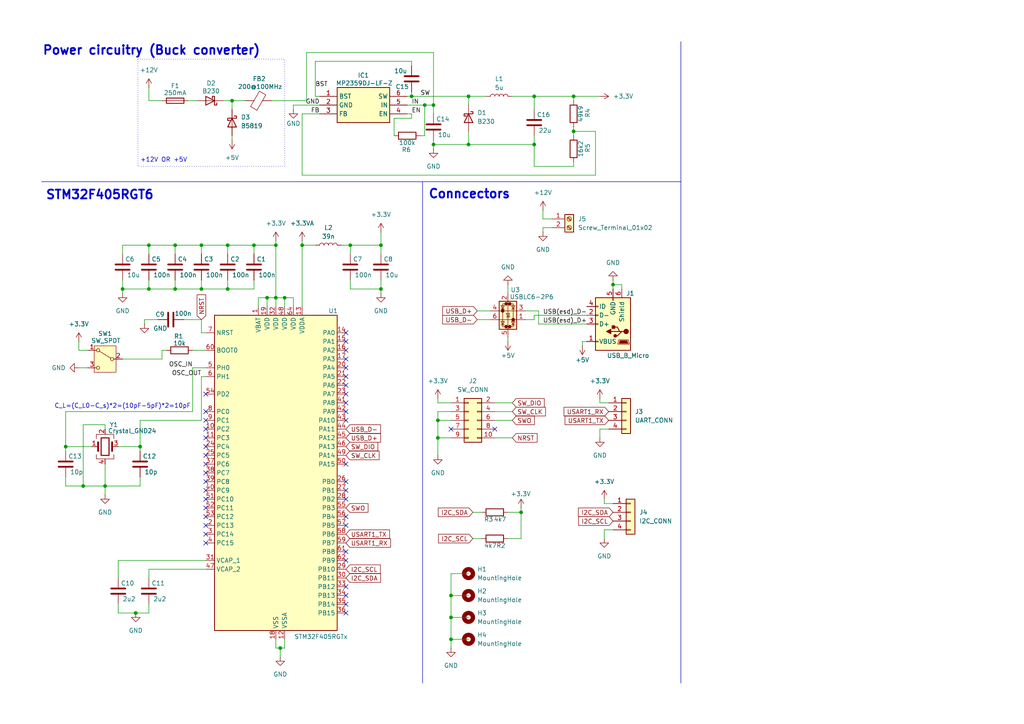
<source format=kicad_sch>
(kicad_sch (version 20231120) (generator "eeschema") (generator_version "8.0")
  (paper "A4")
  (title_block (title "STM32_Buck_conv") (date "2025-05-05") (rev "v1.0") (company "Siyar Onurlu"))
  (lib_symbols
    (symbol "Connector:Screw_Terminal_01x02" (pin_names (offset 1.016) hide)
      (property "Reference" "J" (at 0 2.54 0))
      (property "Value" "Screw_Terminal_01x02" (at 0 -5.08 0))
      (symbol "Screw_Terminal_01x02_1_1"
        (pin passive line (at -5.08 0 0) (length 3.81) (name "Pin_1") (number "1"))
        (pin passive line (at -5.08 -2.54 0) (length 3.81) (name "Pin_2") (number "2"))
      )
    )
    (symbol "Connector:USB_B_Micro" (pin_names (offset 1.016))
      (property "Reference" "J" (at -5.08 11.43 0))
      (property "Value" "USB_B_Micro" (at -5.08 8.89 0))
      (symbol "USB_B_Micro_1_1"
        (pin power_out line (at 7.62 5.08 180) (length 2.54) (name "VBUS") (number "1"))
        (pin bidirectional line (at 7.62 -2.54 180) (length 2.54) (name "D-") (number "2"))
        (pin bidirectional line (at 7.62 0 180) (length 2.54) (name "D+") (number "3"))
        (pin passive line (at 7.62 -5.08 180) (length 2.54) (name "ID") (number "4"))
        (pin power_out line (at 0 -10.16 90) (length 2.54) (name "GND") (number "5"))
        (pin passive line (at -2.54 -10.16 90) (length 2.54) (name "Shield") (number "6"))
      )
    )
    (symbol "Connector_Generic:Conn_01x04" (pin_names (offset 1.016) hide)
      (property "Reference" "J" (at 0 5.08 0))
      (property "Value" "Conn_01x04" (at 0 -7.62 0))
      (symbol "Conn_01x04_1_1"
        (pin passive line (at -5.08 2.54 0) (length 3.81) (name "Pin_1") (number "1"))
        (pin passive line (at -5.08 0 0) (length 3.81) (name "Pin_2") (number "2"))
        (pin passive line (at -5.08 -2.54 0) (length 3.81) (name "Pin_3") (number "3"))
        (pin passive line (at -5.08 -5.08 0) (length 3.81) (name "Pin_4") (number "4"))
      )
    )
    (symbol "Connector_Generic:Conn_02x05_Odd_Even" (pin_names (offset 1.016) hide)
      (property "Reference" "J" (at 1.27 7.62 0))
      (property "Value" "Conn_02x05_Odd_Even" (at 1.27 -7.62 0))
      (symbol "Conn_02x05_Odd_Even_1_1"
        (pin passive line (at -5.08 5.08 0) (length 3.81) (name "Pin_1") (number "1"))
        (pin passive line (at 7.62 -5.08 180) (length 3.81) (name "Pin_10") (number "10"))
        (pin passive line (at 7.62 5.08 180) (length 3.81) (name "Pin_2") (number "2"))
        (pin passive line (at -5.08 2.54 0) (length 3.81) (name "Pin_3") (number "3"))
        (pin passive line (at 7.62 2.54 180) (length 3.81) (name "Pin_4") (number "4"))
        (pin passive line (at -5.08 0 0) (length 3.81) (name "Pin_5") (number "5"))
        (pin passive line (at 7.62 0 180) (length 3.81) (name "Pin_6") (number "6"))
        (pin passive line (at -5.08 -2.54 0) (length 3.81) (name "Pin_7") (number "7"))
        (pin passive line (at 7.62 -2.54 180) (length 3.81) (name "Pin_8") (number "8"))
        (pin passive line (at -5.08 -5.08 0) (length 3.81) (name "Pin_9") (number "9"))
      )
    )
    (symbol "Device:C" (pin_numbers hide) (pin_names (offset 0.254))
      (property "Reference" "C" (at 0.635 2.54 0))
      (property "Value" "C" (at 0.635 -2.54 0))
      (symbol "C_1_1"
        (pin passive line (at 0 3.81 270) (length 2.794) (name "~") (number "1"))
        (pin passive line (at 0 -3.81 90) (length 2.794) (name "~") (number "2"))
      )
    )
    (symbol "Device:Crystal_GND24" (pin_names (offset 1.016) hide)
      (property "Reference" "Y" (at 3.175 5.08 0))
      (property "Value" "Crystal_GND24" (at 3.175 3.175 0))
      (symbol "Crystal_GND24_1_1"
        (pin passive line (at -3.81 0 0) (length 1.27) (name "1") (number "1"))
        (pin passive line (at 0 5.08 270) (length 1.27) (name "2") (number "2"))
        (pin passive line (at 3.81 0 180) (length 1.27) (name "3") (number "3"))
        (pin passive line (at 0 -5.08 90) (length 1.27) (name "4") (number "4"))
      )
    )
    (symbol "Device:D_Schottky" (pin_numbers hide) (pin_names (offset 1.016) hide)
      (property "Reference" "D" (at 0 2.54 0))
      (property "Value" "D_Schottky" (at 0 -2.54 0))
      (symbol "D_Schottky_1_1"
        (pin passive line (at -3.81 0 0) (length 2.54) (name "K") (number "1"))
        (pin passive line (at 3.81 0 180) (length 2.54) (name "A") (number "2"))
      )
    )
    (symbol "Device:FerriteBead" (pin_numbers hide) (pin_names (offset 0))
      (property "Reference" "FB" (at -3.81 0.635 90))
      (property "Value" "FerriteBead" (at 3.81 0 90))
      (symbol "FerriteBead_1_1"
        (pin passive line (at 0 3.81 270) (length 2.54) (name "~") (number "1"))
        (pin passive line (at 0 -3.81 90) (length 2.54) (name "~") (number "2"))
      )
    )
    (symbol "Device:Fuse" (pin_numbers hide) (pin_names (offset 0))
      (property "Reference" "F" (at 2.032 0 90))
      (property "Value" "Fuse" (at -1.905 0 90))
      (symbol "Fuse_1_1"
        (pin passive line (at 0 3.81 270) (length 1.27) (name "~") (number "1"))
        (pin passive line (at 0 -3.81 90) (length 1.27) (name "~") (number "2"))
      )
    )
    (symbol "Device:L" (pin_numbers hide) (pin_names (offset 1.016) hide)
      (property "Reference" "L" (at -1.27 0 90))
      (property "Value" "L" (at 1.905 0 90))
      (symbol "L_1_1"
        (pin passive line (at 0 3.81 270) (length 1.27) (name "1") (number "1"))
        (pin passive line (at 0 -3.81 90) (length 1.27) (name "2") (number "2"))
      )
    )
    (symbol "Device:R" (pin_numbers hide) (pin_names (offset 0))
      (property "Reference" "R" (at 2.032 0 90))
      (property "Value" "R" (at 0 0 90))
      (symbol "R_1_1"
        (pin passive line (at 0 3.81 270) (length 1.27) (name "~") (number "1"))
        (pin passive line (at 0 -3.81 90) (length 1.27) (name "~") (number "2"))
      )
    )
    (symbol "Diode:B230" (pin_numbers hide) (pin_names (offset 1.016) hide)
      (property "Reference" "D" (at 0 2.54 0))
      (property "Value" "B230" (at 0 -2.54 0))
      (symbol "B230_1_1"
        (pin passive line (at -3.81 0 0) (length 2.54) (name "K") (number "1"))
        (pin passive line (at 3.81 0 180) (length 2.54) (name "A") (number "2"))
      )
    )
    (symbol "MCU_ST_STM32F4:STM32F405RGTx"
      (property "Reference" "U" (at -17.78 46.99 0))
      (property "Value" "STM32F405RGTx" (at 10.16 46.99 0))
      (symbol "STM32F405RGTx_1_1"
        (pin power_in line (at -5.08 48.26 270) (length 2.54) (name "VBAT") (number "1"))
        (pin bidirectional line (at -20.32 12.7 0) (length 2.54) (name "PC2") (number "10"))
        (pin bidirectional line (at -20.32 10.16 0) (length 2.54) (name "PC3") (number "11"))
        (pin power_in line (at 2.54 -48.26 90) (length 2.54) (name "VSSA") (number "12"))
        (pin power_in line (at 7.62 48.26 270) (length 2.54) (name "VDDA") (number "13"))
        (pin bidirectional line (at 20.32 40.64 180) (length 2.54) (name "PA0") (number "14"))
        (pin bidirectional line (at 20.32 38.1 180) (length 2.54) (name "PA1") (number "15"))
        (pin bidirectional line (at 20.32 35.56 180) (length 2.54) (name "PA2") (number "16"))
        (pin bidirectional line (at 20.32 33.02 180) (length 2.54) (name "PA3") (number "17"))
        (pin power_in line (at 0 -48.26 90) (length 2.54) (name "VSS") (number "18"))
        (pin power_in line (at -2.54 48.26 270) (length 2.54) (name "VDD") (number "19"))
        (pin bidirectional line (at -20.32 -15.24 0) (length 2.54) (name "PC13") (number "2"))
        (pin bidirectional line (at 20.32 30.48 180) (length 2.54) (name "PA4") (number "20"))
        (pin bidirectional line (at 20.32 27.94 180) (length 2.54) (name "PA5") (number "21"))
        (pin bidirectional line (at 20.32 25.4 180) (length 2.54) (name "PA6") (number "22"))
        (pin bidirectional line (at 20.32 22.86 180) (length 2.54) (name "PA7") (number "23"))
        (pin bidirectional line (at -20.32 7.62 0) (length 2.54) (name "PC4") (number "24"))
        (pin bidirectional line (at -20.32 5.08 0) (length 2.54) (name "PC5") (number "25"))
        (pin bidirectional line (at 20.32 -2.54 180) (length 2.54) (name "PB0") (number "26"))
        (pin bidirectional line (at 20.32 -5.08 180) (length 2.54) (name "PB1") (number "27"))
        (pin bidirectional line (at 20.32 -7.62 180) (length 2.54) (name "PB2") (number "28"))
        (pin bidirectional line (at 20.32 -27.94 180) (length 2.54) (name "PB10") (number "29"))
        (pin bidirectional line (at -20.32 -17.78 0) (length 2.54) (name "PC14") (number "3"))
        (pin bidirectional line (at 20.32 -30.48 180) (length 2.54) (name "PB11") (number "30"))
        (pin power_out line (at -20.32 -25.4 0) (length 2.54) (name "VCAP_1") (number "31"))
        (pin power_in line (at 0 48.26 270) (length 2.54) (name "VDD") (number "32"))
        (pin bidirectional line (at 20.32 -33.02 180) (length 2.54) (name "PB12") (number "33"))
        (pin bidirectional line (at 20.32 -35.56 180) (length 2.54) (name "PB13") (number "34"))
        (pin bidirectional line (at 20.32 -38.1 180) (length 2.54) (name "PB14") (number "35"))
        (pin bidirectional line (at 20.32 -40.64 180) (length 2.54) (name "PB15") (number "36"))
        (pin bidirectional line (at -20.32 2.54 0) (length 2.54) (name "PC6") (number "37"))
        (pin bidirectional line (at -20.32 0 0) (length 2.54) (name "PC7") (number "38"))
        (pin bidirectional line (at -20.32 -2.54 0) (length 2.54) (name "PC8") (number "39"))
        (pin bidirectional line (at -20.32 -20.32 0) (length 2.54) (name "PC15") (number "4"))
        (pin bidirectional line (at -20.32 -5.08 0) (length 2.54) (name "PC9") (number "40"))
        (pin bidirectional line (at 20.32 20.32 180) (length 2.54) (name "PA8") (number "41"))
        (pin bidirectional line (at 20.32 17.78 180) (length 2.54) (name "PA9") (number "42"))
        (pin bidirectional line (at 20.32 15.24 180) (length 2.54) (name "PA10") (number "43"))
        (pin bidirectional line (at 20.32 12.7 180) (length 2.54) (name "PA11") (number "44"))
        (pin bidirectional line (at 20.32 10.16 180) (length 2.54) (name "PA12") (number "45"))
        (pin bidirectional line (at 20.32 7.62 180) (length 2.54) (name "PA13") (number "46"))
        (pin power_out line (at -20.32 -27.94 0) (length 2.54) (name "VCAP_2") (number "47"))
        (pin power_in line (at 2.54 48.26 270) (length 2.54) (name "VDD") (number "48"))
        (pin bidirectional line (at 20.32 5.08 180) (length 2.54) (name "PA14") (number "49"))
        (pin bidirectional line (at -20.32 30.48 0) (length 2.54) (name "PH0") (number "5"))
        (pin bidirectional line (at 20.32 2.54 180) (length 2.54) (name "PA15") (number "50"))
        (pin bidirectional line (at -20.32 -7.62 0) (length 2.54) (name "PC10") (number "51"))
        (pin bidirectional line (at -20.32 -10.16 0) (length 2.54) (name "PC11") (number "52"))
        (pin bidirectional line (at -20.32 -12.7 0) (length 2.54) (name "PC12") (number "53"))
        (pin bidirectional line (at -20.32 22.86 0) (length 2.54) (name "PD2") (number "54"))
        (pin bidirectional line (at 20.32 -10.16 180) (length 2.54) (name "PB3") (number "55"))
        (pin bidirectional line (at 20.32 -12.7 180) (length 2.54) (name "PB4") (number "56"))
        (pin bidirectional line (at 20.32 -15.24 180) (length 2.54) (name "PB5") (number "57"))
        (pin bidirectional line (at 20.32 -17.78 180) (length 2.54) (name "PB6") (number "58"))
        (pin bidirectional line (at 20.32 -20.32 180) (length 2.54) (name "PB7") (number "59"))
        (pin bidirectional line (at -20.32 27.94 0) (length 2.54) (name "PH1") (number "6"))
        (pin input line (at -20.32 35.56 0) (length 2.54) (name "BOOT0") (number "60"))
        (pin bidirectional line (at 20.32 -22.86 180) (length 2.54) (name "PB8") (number "61"))
        (pin bidirectional line (at 20.32 -25.4 180) (length 2.54) (name "PB9") (number "62"))
        (pin passive line (at 0 -48.26 90) (length 2.54) hide (name "VSS") (number "63"))
        (pin power_in line (at 5.08 48.26 270) (length 2.54) (name "VDD") (number "64"))
        (pin input line (at -20.32 40.64 0) (length 2.54) (name "NRST") (number "7"))
        (pin bidirectional line (at -20.32 17.78 0) (length 2.54) (name "PC0") (number "8"))
        (pin bidirectional line (at -20.32 15.24 0) (length 2.54) (name "PC1") (number "9"))
      )
    )
    (symbol "Mechanical:MountingHole" (pin_names (offset 1.016)) (exclude_from_sim yes) (in_bom no)
      (property "Reference" "H" (at 0 5.08 0))
      (property "Value" "MountingHole" (at 0 3.175 0))
    )
    (symbol "Power_Protection:USBLC6-2P6" (pin_names hide)
      (property "Reference" "U" (at 0.635 5.715 0))
      (property "Value" "USBLC6-2P6" (at 0.635 3.81 0))
      (symbol "USBLC6-2P6_1_1"
        (pin passive line (at -5.08 0 0) (length 2.54) (name "I/O1") (number "1"))
        (pin passive line (at 0 -7.62 90) (length 2.54) (name "GND") (number "2"))
        (pin passive line (at -5.08 -2.54 0) (length 2.54) (name "I/O2") (number "3"))
        (pin passive line (at 5.08 -2.54 180) (length 2.54) (name "I/O2") (number "4"))
        (pin passive line (at 0 5.08 270) (length 2.54) (name "VBUS") (number "5"))
        (pin passive line (at 5.08 0 180) (length 2.54) (name "I/O1") (number "6"))
      )
    )
    (symbol "Switch:SW_SPDT" (pin_names (offset 0) hide)
      (property "Reference" "SW" (at 0 5.08 0))
      (property "Value" "SW_SPDT" (at 0 -5.08 0))
      (symbol "SW_SPDT_1_1"
        (pin passive line (at 5.08 2.54 180) (length 2.54) (name "A") (number "1"))
        (pin passive line (at -5.08 0 0) (length 2.54) (name "B") (number "2"))
        (pin passive line (at 5.08 -2.54 180) (length 2.54) (name "C") (number "3"))
      )
    )
    (symbol "power:+12V" (power) (pin_numbers hide) (pin_names (offset 0) hide)
      (property "Value" "+12V" (at 0 3.556 0))
      (symbol "+12V_1_1"
        (pin power_in line (at 0 0 90) (length 0) (name "~") (number "1"))
      )
    )
    (symbol "power:+3.3V" (power) (pin_numbers hide) (pin_names (offset 0) hide)
      (property "Value" "+3.3V" (at 0 3.556 0))
      (symbol "+3.3V_1_1"
        (pin power_in line (at 0 0 90) (length 0) (name "~") (number "1"))
      )
    )
    (symbol "power:+5V" (power) (pin_numbers hide) (pin_names (offset 0) hide)
      (property "Value" "+5V" (at 0 3.556 0))
      (symbol "+5V_1_1"
        (pin power_in line (at 0 0 90) (length 0) (name "~") (number "1"))
      )
    )
    (symbol "power:GND" (power) (pin_numbers hide) (pin_names (offset 0) hide)
      (property "Value" "GND" (at 0 -3.81 0))
      (symbol "GND_1_1"
        (pin power_in line (at 0 0 270) (length 0) (name "~") (number "1"))
      )
    )
    (symbol "sym:MP2359DJ-LF-Z"
      (property "Reference" "IC" (at 21.59 7.62 0))
      (property "Value" "MP2359DJ-LF-Z" (at 21.59 5.08 0))
      (symbol "MP2359DJ-LF-Z_1_1"
        (pin passive line (at 0 0 0) (length 5.08) (name "BST") (number "1"))
        (pin passive line (at 0 -2.54 0) (length 5.08) (name "GND") (number "2"))
        (pin input line (at 0 -5.08 0) (length 5.08) (name "FB") (number "3"))
        (pin input line (at 25.4 -5.08 180) (length 5.08) (name "EN") (number "4"))
        (pin input line (at 25.4 -2.54 180) (length 5.08) (name "IN") (number "5"))
        (pin output line (at 25.4 0 180) (length 5.08) (name "SW") (number "6"))
      )
    )
  )
  (junction (at 82.55 86.36))
  (junction (at 80.01 71.12))
  (junction (at 50.8 83.82))
  (junction (at 58.42 83.82))
  (junction (at 135.89 27.94))
  (junction (at 177.8 82.55))
  (junction (at 125.73 30.48))
  (junction (at 19.05 129.54))
  (junction (at 67.31 29.21))
  (junction (at 123.19 30.48))
  (junction (at 166.37 38.1))
  (junction (at 43.18 71.12))
  (junction (at 127 121.92))
  (junction (at 130.81 179.07))
  (junction (at 130.81 172.72))
  (junction (at 135.89 41.91))
  (junction (at 30.48 140.97))
  (junction (at 87.63 71.12))
  (junction (at 130.81 185.42))
  (junction (at 154.94 41.91))
  (junction (at 125.73 41.91))
  (junction (at 66.04 71.12))
  (junction (at 40.64 129.54))
  (junction (at 35.56 83.82))
  (junction (at 39.37 177.8))
  (junction (at 43.18 83.82))
  (junction (at 166.37 27.94))
  (junction (at 66.04 83.82))
  (junction (at 110.49 71.12))
  (junction (at 24.13 140.97))
  (junction (at 80.01 86.36))
  (junction (at 101.6 71.12))
  (junction (at 110.49 83.82))
  (junction (at 154.94 27.94))
  (junction (at 50.8 71.12))
  (junction (at 77.47 86.36))
  (junction (at 151.13 148.59))
  (junction (at 58.42 71.12))
  (junction (at 119.38 27.94))
  (junction (at 81.28 187.96))
  (junction (at 127 127))
  (junction (at 73.66 71.12))
  (no_connect (at 100.33 162.56))
  (no_connect (at 59.69 152.4))
  (no_connect (at 59.69 149.86))
  (no_connect (at 59.69 124.46))
  (no_connect (at 100.33 149.86))
  (no_connect (at 59.69 139.7))
  (no_connect (at 100.33 111.76))
  (no_connect (at 100.33 104.14))
  (no_connect (at 130.81 124.46))
  (no_connect (at 100.33 109.22))
  (no_connect (at 100.33 121.92))
  (no_connect (at 100.33 139.7))
  (no_connect (at 100.33 172.72))
  (no_connect (at 59.69 147.32))
  (no_connect (at 59.69 144.78))
  (no_connect (at 100.33 177.8))
  (no_connect (at 100.33 114.3))
  (no_connect (at 100.33 170.18))
  (no_connect (at 143.51 124.46))
  (no_connect (at 100.33 134.62))
  (no_connect (at 100.33 96.52))
  (no_connect (at 59.69 154.94))
  (no_connect (at 59.69 157.48))
  (no_connect (at 59.69 134.62))
  (no_connect (at 100.33 152.4))
  (no_connect (at 100.33 106.68))
  (no_connect (at 59.69 121.92))
  (no_connect (at 59.69 142.24))
  (no_connect (at 100.33 144.78))
  (no_connect (at 59.69 127))
  (no_connect (at 59.69 114.3))
  (no_connect (at 100.33 99.06))
  (no_connect (at 100.33 142.24))
  (no_connect (at 59.69 137.16))
  (no_connect (at 100.33 160.02))
  (no_connect (at 100.33 119.38))
  (no_connect (at 59.69 132.08))
  (no_connect (at 59.69 119.38))
  (no_connect (at 100.33 175.26))
  (no_connect (at 100.33 116.84))
  (no_connect (at 100.33 101.6))
  (no_connect (at 59.69 129.54))
  (wire (pts (xy 130.81 116.84) (xy 127 116.84)))
  (wire (pts (xy 73.66 71.12) (xy 80.01 71.12)))
  (wire (pts (xy 35.56 83.82) (xy 35.56 81.28)))
  (wire (pts (xy 87.63 69.85) (xy 87.63 71.12)))
  (wire (pts (xy 43.18 71.12) (xy 35.56 71.12)))
  (wire (pts (xy 130.81 172.72) (xy 135.89 172.72)))
  (wire (pts (xy 175.26 153.67) (xy 175.26 156.21)))
  (wire (pts (xy 110.49 83.82) (xy 110.49 85.09)))
  (wire (pts (xy 40.64 138.43) (xy 40.64 140.97)))
  (wire (pts (xy 58.42 96.52) (xy 58.42 92.71)))
  (wire (pts (xy 67.31 39.37) (xy 67.31 40.64)))
  (wire (pts (xy 78.74 29.21) (xy 88.9 29.21)))
  (wire (pts (xy 80.01 86.36) (xy 80.01 88.9)))
  (wire (pts (xy 85.09 88.9) (xy 85.09 86.36)))
  (wire (pts (xy 101.6 83.82) (xy 110.49 83.82)))
  (wire (pts (xy 43.18 177.8) (xy 39.37 177.8)))
  (wire (pts (xy 160.02 66.04) (xy 157.48 66.04)))
  (wire (pts (xy 57.15 29.21) (xy 54.61 29.21)))
  (wire (pts (xy 46.99 101.6) (xy 48.26 101.6)))
  (wire (pts (xy 123.19 39.37) (xy 123.19 30.48)))
  (wire (pts (xy 166.37 36.83) (xy 166.37 38.1)))
  (wire (pts (xy 130.81 119.38) (xy 127 119.38)))
  (wire (pts (xy 127 121.92) (xy 127 127)))
  (wire (pts (xy 80.01 71.12) (xy 80.01 86.36)))
  (wire (pts (xy 147.32 148.59) (xy 151.13 148.59)))
  (wire (pts (xy 130.81 179.07) (xy 130.81 185.42)))
  (wire (pts (xy 154.94 48.26) (xy 154.94 41.91)))
  (wire (pts (xy 40.64 121.92) (xy 58.42 121.92)))
  (wire (pts (xy 24.13 140.97) (xy 30.48 140.97)))
  (wire (pts (xy 50.8 83.82) (xy 43.18 83.82)))
  (wire (pts (xy 35.56 83.82) (xy 35.56 85.09)))
  (wire (pts (xy 43.18 29.21) (xy 43.18 25.4)))
  (wire (pts (xy 114.3 34.29) (xy 114.3 39.37)))
  (wire (pts (xy 87.63 50.8) (xy 172.72 50.8)))
  (wire (pts (xy 172.72 38.1) (xy 166.37 38.1)))
  (wire (pts (xy 25.4 101.6) (xy 22.86 101.6)))
  (wire (pts (xy 152.4 90.17) (xy 156.21 90.17)))
  (wire (pts (xy 87.63 33.02) (xy 87.63 50.8)))
  (wire (pts (xy 80.01 69.85) (xy 80.01 71.12)))
  (wire (pts (xy 127 121.92) (xy 130.81 121.92)))
  (wire (pts (xy 35.56 104.14) (xy 46.99 104.14)))
  (wire (pts (xy 34.29 129.54) (xy 40.64 129.54)))
  (wire (pts (xy 30.48 124.46) (xy 30.48 123.19)))
  (wire (pts (xy 118.11 33.02) (xy 119.38 33.02)))
  (polyline (pts (xy 122.555 52.705) (xy 122.555 198.12)))
  (polyline (pts (xy 121.285 52.705) (xy 122.555 52.705)))
  (wire (pts (xy 73.66 83.82) (xy 66.04 83.82)))
  (wire (pts (xy 154.94 27.94) (xy 166.37 27.94)))
  (wire (pts (xy 67.31 29.21) (xy 67.31 31.75)))
  (wire (pts (xy 81.28 187.96) (xy 81.28 190.5)))
  (wire (pts (xy 125.73 41.91) (xy 135.89 41.91)))
  (wire (pts (xy 177.8 153.67) (xy 175.26 153.67)))
  (wire (pts (xy 66.04 71.12) (xy 66.04 73.66)))
  (wire (pts (xy 180.34 83.82) (xy 180.34 82.55)))
  (wire (pts (xy 55.88 101.6) (xy 59.69 101.6)))
  (wire (pts (xy 157.48 60.96) (xy 157.48 63.5)))
  (wire (pts (xy 50.8 71.12) (xy 50.8 73.66)))
  (wire (pts (xy 175.26 146.05) (xy 175.26 144.78)))
  (wire (pts (xy 170.18 99.06) (xy 168.91 99.06)))
  (wire (pts (xy 40.64 121.92) (xy 40.64 129.54)))
  (wire (pts (xy 30.48 123.19) (xy 24.13 123.19)))
  (wire (pts (xy 85.09 30.48) (xy 85.09 31.75)))
  (wire (pts (xy 19.05 119.38) (xy 55.88 119.38)))
  (wire (pts (xy 50.8 81.28) (xy 50.8 83.82)))
  (wire (pts (xy 30.48 140.97) (xy 30.48 143.51)))
  (wire (pts (xy 154.94 39.37) (xy 154.94 41.91)))
  (wire (pts (xy 81.28 187.96) (xy 80.01 187.96)))
  (wire (pts (xy 119.38 17.78) (xy 119.38 19.05)))
  (wire (pts (xy 160.02 63.5) (xy 157.48 63.5)))
  (wire (pts (xy 34.29 175.26) (xy 34.29 177.8)))
  (wire (pts (xy 143.51 121.92) (xy 148.59 121.92)))
  (wire (pts (xy 40.64 129.54) (xy 40.64 130.81)))
  (wire (pts (xy 156.21 90.17) (xy 156.21 93.98)))
  (wire (pts (xy 91.44 17.78) (xy 119.38 17.78)))
  (wire (pts (xy 118.11 30.48) (xy 123.19 30.48)))
  (wire (pts (xy 25.4 106.68) (xy 22.86 106.68)))
  (wire (pts (xy 176.53 124.46) (xy 173.99 124.46)))
  (wire (pts (xy 19.05 119.38) (xy 19.05 129.54)))
  (wire (pts (xy 80.01 86.36) (xy 77.47 86.36)))
  (wire (pts (xy 166.37 27.94) (xy 166.37 29.21)))
  (wire (pts (xy 87.63 71.12) (xy 91.44 71.12)))
  (wire (pts (xy 59.69 165.1) (xy 43.18 165.1)))
  (wire (pts (xy 35.56 71.12) (xy 35.56 73.66)))
  (wire (pts (xy 157.48 66.04) (xy 157.48 67.31)))
  (wire (pts (xy 147.32 97.79) (xy 147.32 99.06)))
  (wire (pts (xy 77.47 86.36) (xy 77.47 88.9)))
  (wire (pts (xy 135.89 27.94) (xy 135.89 30.48)))
  (wire (pts (xy 180.34 82.55) (xy 177.8 82.55)))
  (wire (pts (xy 154.94 27.94) (xy 154.94 31.75)))
  (wire (pts (xy 119.38 27.94) (xy 135.89 27.94)))
  (wire (pts (xy 125.73 15.24) (xy 125.73 30.48)))
  (wire (pts (xy 138.43 92.71) (xy 142.24 92.71)))
  (wire (pts (xy 119.38 34.29) (xy 114.3 34.29)))
  (wire (pts (xy 101.6 71.12) (xy 101.6 73.66)))
  (wire (pts (xy 166.37 48.26) (xy 154.94 48.26)))
  (polyline (pts (xy 197.485 52.705) (xy 197.485 198.12)))
  (wire (pts (xy 99.06 71.12) (xy 101.6 71.12)))
  (wire (pts (xy 101.6 81.28) (xy 101.6 83.82)))
  (wire (pts (xy 121.92 39.37) (xy 123.19 39.37)))
  (wire (pts (xy 173.99 124.46) (xy 173.99 127)))
  (wire (pts (xy 177.8 81.28) (xy 177.8 82.55)))
  (wire (pts (xy 19.05 140.97) (xy 24.13 140.97)))
  (wire (pts (xy 118.11 27.94) (xy 119.38 27.94)))
  (wire (pts (xy 119.38 26.67) (xy 119.38 27.94)))
  (wire (pts (xy 59.69 106.68) (xy 55.88 106.68)))
  (wire (pts (xy 43.18 175.26) (xy 43.18 177.8)))
  (wire (pts (xy 41.91 92.71) (xy 45.72 92.71)))
  (wire (pts (xy 166.37 38.1) (xy 166.37 39.37)))
  (polyline (pts (xy 122.555 52.705) (xy 197.485 52.705)))
  (wire (pts (xy 58.42 71.12) (xy 50.8 71.12)))
  (wire (pts (xy 143.51 127) (xy 148.59 127)))
  (wire (pts (xy 46.99 104.14) (xy 46.99 101.6)))
  (wire (pts (xy 130.81 179.07) (xy 135.89 179.07)))
  (wire (pts (xy 88.9 15.24) (xy 88.9 29.21)))
  (wire (pts (xy 173.99 116.84) (xy 173.99 115.57)))
  (wire (pts (xy 154.94 92.71) (xy 154.94 91.44)))
  (wire (pts (xy 85.09 30.48) (xy 92.71 30.48)))
  (wire (pts (xy 58.42 71.12) (xy 58.42 73.66)))
  (wire (pts (xy 110.49 71.12) (xy 110.49 73.66)))
  (wire (pts (xy 30.48 134.62) (xy 30.48 140.97)))
  (wire (pts (xy 92.71 33.02) (xy 87.63 33.02)))
  (wire (pts (xy 19.05 129.54) (xy 19.05 130.81)))
  (wire (pts (xy 176.53 116.84) (xy 173.99 116.84)))
  (wire (pts (xy 166.37 46.99) (xy 166.37 48.26)))
  (wire (pts (xy 59.69 162.56) (xy 34.29 162.56)))
  (wire (pts (xy 177.8 146.05) (xy 175.26 146.05)))
  (wire (pts (xy 101.6 71.12) (xy 110.49 71.12)))
  (wire (pts (xy 135.89 27.94) (xy 140.97 27.94)))
  (polyline (pts (xy 197.485 12.065) (xy 197.485 52.705)))
  (wire (pts (xy 152.4 92.71) (xy 154.94 92.71)))
  (wire (pts (xy 22.86 99.06) (xy 22.86 101.6)))
  (wire (pts (xy 24.13 123.19) (xy 24.13 140.97)))
  (wire (pts (xy 123.19 30.48) (xy 125.73 30.48)))
  (wire (pts (xy 82.55 187.96) (xy 81.28 187.96)))
  (wire (pts (xy 87.63 71.12) (xy 87.63 88.9)))
  (wire (pts (xy 73.66 71.12) (xy 73.66 73.66)))
  (wire (pts (xy 130.81 185.42) (xy 135.89 185.42)))
  (wire (pts (xy 168.91 99.06) (xy 168.91 100.33)))
  (wire (pts (xy 53.34 92.71) (xy 58.42 92.71)))
  (wire (pts (xy 138.43 90.17) (xy 142.24 90.17)))
  (wire (pts (xy 59.69 109.22) (xy 58.42 109.22)))
  (wire (pts (xy 156.21 93.98) (xy 170.18 93.98)))
  (wire (pts (xy 43.18 83.82) (xy 35.56 83.82)))
  (wire (pts (xy 147.32 156.21) (xy 151.13 156.21)))
  (wire (pts (xy 19.05 138.43) (xy 19.05 140.97)))
  (wire (pts (xy 127 127) (xy 130.81 127)))
  (wire (pts (xy 151.13 148.59) (xy 151.13 147.32)))
  (wire (pts (xy 34.29 177.8) (xy 39.37 177.8)))
  (wire (pts (xy 30.48 140.97) (xy 40.64 140.97)))
  (wire (pts (xy 34.29 162.56) (xy 34.29 167.64)))
  (polyline (pts (xy 12.065 52.705) (xy 121.285 52.705)))
  (wire (pts (xy 127 116.84) (xy 127 115.57)))
  (wire (pts (xy 110.49 67.31) (xy 110.49 71.12)))
  (wire (pts (xy 74.93 86.36) (xy 74.93 88.9)))
  (wire (pts (xy 73.66 81.28) (xy 73.66 83.82)))
  (wire (pts (xy 143.51 116.84) (xy 148.59 116.84)))
  (wire (pts (xy 43.18 165.1) (xy 43.18 167.64)))
  (wire (pts (xy 26.67 129.54) (xy 19.05 129.54)))
  (wire (pts (xy 73.66 71.12) (xy 66.04 71.12)))
  (wire (pts (xy 46.99 29.21) (xy 43.18 29.21)))
  (wire (pts (xy 77.47 86.36) (xy 74.93 86.36)))
  (wire (pts (xy 66.04 81.28) (xy 66.04 83.82)))
  (wire (pts (xy 172.72 50.8) (xy 172.72 38.1)))
  (wire (pts (xy 66.04 83.82) (xy 58.42 83.82)))
  (wire (pts (xy 119.38 33.02) (xy 119.38 34.29)))
  (wire (pts (xy 43.18 81.28) (xy 43.18 83.82)))
  (wire (pts (xy 85.09 86.36) (xy 82.55 86.36)))
  (wire (pts (xy 41.91 92.71) (xy 41.91 93.98)))
  (wire (pts (xy 110.49 83.82) (xy 110.49 81.28)))
  (wire (pts (xy 80.01 187.96) (xy 80.01 185.42)))
  (wire (pts (xy 82.55 86.36) (xy 82.55 88.9)))
  (wire (pts (xy 91.44 27.94) (xy 91.44 17.78)))
  (wire (pts (xy 43.18 71.12) (xy 43.18 73.66)))
  (wire (pts (xy 66.04 71.12) (xy 58.42 71.12)))
  (wire (pts (xy 125.73 30.48) (xy 125.73 33.02)))
  (wire (pts (xy 135.89 41.91) (xy 154.94 41.91)))
  (wire (pts (xy 143.51 119.38) (xy 148.59 119.38)))
  (wire (pts (xy 127 127) (xy 127 132.08)))
  (wire (pts (xy 154.94 91.44) (xy 170.18 91.44)))
  (wire (pts (xy 130.81 185.42) (xy 130.81 187.96)))
  (wire (pts (xy 67.31 29.21) (xy 71.12 29.21)))
  (wire (pts (xy 127 119.38) (xy 127 121.92)))
  (wire (pts (xy 148.59 27.94) (xy 154.94 27.94)))
  (wire (pts (xy 166.37 27.94) (xy 173.99 27.94)))
  (wire (pts (xy 139.7 156.21) (xy 137.16 156.21)))
  (wire (pts (xy 50.8 71.12) (xy 43.18 71.12)))
  (wire (pts (xy 130.81 166.37) (xy 130.81 172.72)))
  (wire (pts (xy 82.55 185.42) (xy 82.55 187.96)))
  (wire (pts (xy 82.55 86.36) (xy 80.01 86.36)))
  (wire (pts (xy 92.71 27.94) (xy 91.44 27.94)))
  (wire (pts (xy 58.42 109.22) (xy 58.42 121.92)))
  (wire (pts (xy 58.42 81.28) (xy 58.42 83.82)))
  (wire (pts (xy 139.7 148.59) (xy 137.16 148.59)))
  (wire (pts (xy 58.42 83.82) (xy 50.8 83.82)))
  (wire (pts (xy 55.88 106.68) (xy 55.88 119.38)))
  (wire (pts (xy 135.89 166.37) (xy 130.81 166.37)))
  (wire (pts (xy 125.73 40.64) (xy 125.73 41.91)))
  (wire (pts (xy 88.9 15.24) (xy 125.73 15.24)))
  (wire (pts (xy 151.13 148.59) (xy 151.13 156.21)))
  (wire (pts (xy 177.8 82.55) (xy 177.8 83.82)))
  (wire (pts (xy 59.69 96.52) (xy 58.42 96.52)))
  (wire (pts (xy 147.32 82.55) (xy 147.32 85.09)))
  (wire (pts (xy 64.77 29.21) (xy 67.31 29.21)))
  (wire (pts (xy 130.81 172.72) (xy 130.81 179.07)))
  (wire (pts (xy 125.73 41.91) (xy 125.73 43.18)))
  (wire (pts (xy 135.89 38.1) (xy 135.89 41.91)))
  (rectangle (start 40.005 17.145) (end 82.55 48.26) (stroke (width 0) (type dot)))
  (text "+12V OR +5V" (at 47.498 46.482 0) (effects (font (size 1.27 1.27))))
  (text "STM32F405RGT6\n" (at 28.956 56.642 0) (effects (font (size 2.54 2.54) (thickness 0.508) (bold yes))))
  (text "Power circuitry (Buck converter)" (at 43.942 14.732 0) (effects (font (size 2.54 2.54) (thickness 0.508) (bold yes))))
  (text "Conncectors" (at 136.144 56.388 0) (effects (font (size 2.54 2.54) (thickness 0.508) (bold yes))))
  (text "C_L=(C_L0-C_s)*2=(10pF-5pF)*2=10pF" (at 35.56 117.856 0) (effects (font (size 1.27 1.27))))
  (label "EN" (at 119.38 33.02 0))
  (label "FB" (at 92.71 33.02 180))
  (label "GND" (at 92.71 30.48 180))
  (label "BST" (at 91.44 25.4 0))
  (label "SW" (at 121.92 27.94 0))
  (label "OSC_IN" (at 55.88 106.68 180))
  (label "OSC_OUT" (at 58.42 109.22 180))
  (label "USB(esd)_D-" (at 157.48 91.44 0))
  (label "IN" (at 119.38 30.48 0))
  (label "USB(esd)_D+" (at 157.48 93.98 0))
  (global_label "USART1_TX" (shape input) (at 176.53 121.92 180) (property "Intersheetrefs" "${INTERSHEET_REFS}" (effects (hide yes))))
  (global_label "SWO" (shape input) (at 148.59 121.92 0) (property "Intersheetrefs" "${INTERSHEET_REFS}" (effects (hide yes))))
  (global_label "NRST" (shape input) (at 148.59 127 0) (property "Intersheetrefs" "${INTERSHEET_REFS}" (effects (hide yes))))
  (global_label "I2C_SCL" (shape input) (at 137.16 156.21 180) (property "Intersheetrefs" "${INTERSHEET_REFS}" (effects (hide yes))))
  (global_label "SW_CLK" (shape input) (at 100.33 132.08 0) (property "Intersheetrefs" "${INTERSHEET_REFS}" (effects (hide yes))))
  (global_label "I2C_SDA" (shape input) (at 100.33 167.64 0) (property "Intersheetrefs" "${INTERSHEET_REFS}" (effects (hide yes))))
  (global_label "USB_D-" (shape input) (at 138.43 92.71 180) (property "Intersheetrefs" "${INTERSHEET_REFS}" (effects (hide yes))))
  (global_label "I2C_SDA" (shape input) (at 177.8 148.59 180) (property "Intersheetrefs" "${INTERSHEET_REFS}" (effects (hide yes))))
  (global_label "USB_D+" (shape input) (at 100.33 127 0) (property "Intersheetrefs" "${INTERSHEET_REFS}" (effects (hide yes))))
  (global_label "SW_DIO" (shape input) (at 148.59 116.84 0) (property "Intersheetrefs" "${INTERSHEET_REFS}" (effects (hide yes))))
  (global_label "NRST" (shape input) (at 58.42 92.71 90) (property "Intersheetrefs" "${INTERSHEET_REFS}" (effects (hide yes))))
  (global_label "SW_CLK" (shape input) (at 148.59 119.38 0) (property "Intersheetrefs" "${INTERSHEET_REFS}" (effects (hide yes))))
  (global_label "USART1_RX" (shape input) (at 176.53 119.38 180) (property "Intersheetrefs" "${INTERSHEET_REFS}" (effects (hide yes))))
  (global_label "I2C_SDA" (shape input) (at 137.16 148.59 180) (property "Intersheetrefs" "${INTERSHEET_REFS}" (effects (hide yes))))
  (global_label "USART1_RX" (shape input) (at 100.33 157.48 0) (property "Intersheetrefs" "${INTERSHEET_REFS}" (effects (hide yes))))
  (global_label "SWO" (shape input) (at 100.33 147.32 0) (property "Intersheetrefs" "${INTERSHEET_REFS}" (effects (hide yes))))
  (global_label "USB_D+" (shape input) (at 138.43 90.17 180) (property "Intersheetrefs" "${INTERSHEET_REFS}" (effects (hide yes))))
  (global_label "SW_DIO" (shape input) (at 100.33 129.54 0) (property "Intersheetrefs" "${INTERSHEET_REFS}" (effects (hide yes))))
  (global_label "I2C_SCL" (shape input) (at 100.33 165.1 0) (property "Intersheetrefs" "${INTERSHEET_REFS}" (effects (hide yes))))
  (global_label "USART1_TX" (shape input) (at 100.33 154.94 0) (property "Intersheetrefs" "${INTERSHEET_REFS}" (effects (hide yes))))
  (global_label "USB_D-" (shape input) (at 100.33 124.46 0) (property "Intersheetrefs" "${INTERSHEET_REFS}" (effects (hide yes))))
  (global_label "I2C_SCL" (shape input) (at 177.8 151.13 180) (property "Intersheetrefs" "${INTERSHEET_REFS}" (effects (hide yes))))
  (symbol (lib_id "Mechanical:MountingHole") (at 135.89 185.42 0) (unit 1) (exclude_from_sim yes) (in_bom no)
    (property "Reference" "H4" (at 138.43 184.1499 0) (effects (justify left)))
    (property "Value" "MountingHole" (at 138.43 186.6899 0) (effects (justify left)))
    (property "Footprint" "MountingHole:MountingHole_2.2mm_M2" (effects (hide yes)))
    (property "Description" "Mounting Hole without connection" (effects (hide yes)))
  )
  (symbol (lib_id "Device:C") (at 35.56 77.47 0) (unit 1)
    (property "Reference" "C6" (at 36.322 75.184 0) (effects (justify left)))
    (property "Value" "10u" (at 36.83 79.756 0) (effects (justify left)))
    (property "Footprint" "Capacitor_SMD:C_0603_1608Metric" (effects (hide yes)))
    (property "Description" "Unpolarized capacitor" (effects (hide yes)))
  )
  (symbol (lib_id "power:GND") (at 177.8 81.28 180) (unit 1)
    (property "Reference" "#PWR029" (effects (hide yes)))
    (property "Value" "GND" (at 177.8 76.2 0))
    (property "Description" "Power symbol creates a global label with name \"GND\" , ground" (effects (hide yes)))
  )
  (symbol (lib_id "Device:C") (at 66.04 77.47 0) (unit 1)
    (property "Reference" "C2" (at 66.802 75.184 0) (effects (justify left)))
    (property "Value" "100n" (at 67.31 79.756 0) (effects (justify left)))
    (property "Footprint" "Capacitor_SMD:C_0402_1005Metric" (effects (hide yes)))
    (property "Description" "Unpolarized capacitor" (effects (hide yes)))
  )
  (symbol (lib_id "Device:R") (at 166.37 33.02 0) (unit 1)
    (property "Reference" "R4" (at 170.434 32.766 90))
    (property "Value" "49k9" (at 168.402 33.02 90))
    (property "Footprint" "Resistor_SMD:R_0603_1608Metric" (effects (hide yes)))
    (property "Description" "Resistor" (effects (hide yes)))
  )
  (symbol (lib_id "power:+12V") (at 43.18 25.4 0) (unit 1)
    (property "Reference" "#PWR023" (effects (hide yes)))
    (property "Value" "+12V" (at 43.18 20.32 0))
    (property "Description" "Power symbol creates a global label with name \"+12V\"" (effects (hide yes)))
  )
  (symbol (lib_id "Connector_Generic:Conn_02x05_Odd_Even") (at 135.89 121.92 0) (unit 1)
    (property "Reference" "J2" (at 137.16 110.49 0))
    (property "Value" "SW_CONN" (at 137.16 113.03 0))
    (property "Footprint" "Connector_PinHeader_2.54mm:PinHeader_2x05_P2.54mm_Vertical" (effects (hide yes)))
    (property "Description" "Generic connector, double row, 02x05, odd/even pin numbering scheme (row 1 odd numbers, row 2 even numbers), script generated (kicad-library-utils/schlib/autogen/connector/)" (effects (hide yes)))
  )
  (symbol (lib_id "power:+3.3V") (at 127 115.57 0) (unit 1)
    (property "Reference" "#PWR015" (effects (hide yes)))
    (property "Value" "+3.3V" (at 127 110.49 0))
    (property "Description" "Power symbol creates a global label with name \"+3.3V\"" (effects (hide yes)))
  )
  (symbol (lib_id "Device:R") (at 118.11 39.37 90) (mirror x) (unit 1)
    (property "Reference" "R6" (at 117.856 43.434 90))
    (property "Value" "100k" (at 118.11 41.402 90))
    (property "Footprint" "Resistor_SMD:R_0603_1608Metric" (effects (hide yes)))
    (property "Description" "Resistor" (effects (hide yes)))
  )
  (symbol (lib_id "Diode:B230") (at 135.89 34.29 270) (unit 1)
    (property "Reference" "D1" (at 138.43 32.7024 90) (effects (justify left)))
    (property "Value" "B230" (at 138.43 35.2424 90) (effects (justify left)))
    (property "Footprint" "Diode_SMD:D_SMB" (effects (hide yes)))
    (property "Datasheet" "http://www.jameco.com/Jameco/Products/ProdDS/1538777.pdf" (effects (hide yes)))
    (property "Description" "30V 2A Schottky Barrier Rectifier Diode, SMB" (effects (hide yes)))
  )
  (symbol (lib_id "Device:L") (at 95.25 71.12 90) (unit 1)
    (property "Reference" "L2" (at 95.25 66.04 90))
    (property "Value" "39n" (at 95.25 68.58 90))
    (property "Footprint" "Inductor_SMD:L_0402_1005Metric" (effects (hide yes)))
    (property "Description" "Inductor" (effects (hide yes)))
  )
  (symbol (lib_id "Mechanical:MountingHole") (at 135.89 166.37 0) (unit 1) (exclude_from_sim yes) (in_bom no)
    (property "Reference" "H1" (at 138.43 165.0999 0) (effects (justify left)))
    (property "Value" "MountingHole" (at 138.43 167.6399 0) (effects (justify left)))
    (property "Footprint" "MountingHole:MountingHole_2.2mm_M2" (effects (hide yes)))
    (property "Description" "Mounting Hole without connection" (effects (hide yes)))
  )
  (symbol (lib_id "Device:C") (at 43.18 77.47 0) (unit 1)
    (property "Reference" "C5" (at 43.942 75.184 0) (effects (justify left)))
    (property "Value" "100n" (at 44.45 79.756 0) (effects (justify left)))
    (property "Footprint" "Capacitor_SMD:C_0402_1005Metric" (effects (hide yes)))
    (property "Description" "Unpolarized capacitor" (effects (hide yes)))
  )
  (symbol (lib_id "power:GND") (at 147.32 82.55 180) (unit 1)
    (property "Reference" "#PWR013" (effects (hide yes)))
    (property "Value" "GND" (at 147.32 77.47 0))
    (property "Description" "Power symbol creates a global label with name \"GND\" , ground" (effects (hide yes)))
  )
  (symbol (lib_id "power:+3.3V") (at 22.86 99.06 0) (unit 1)
    (property "Reference" "#PWR08" (effects (hide yes)))
    (property "Value" "+3.3V" (at 22.86 93.98 0))
    (property "Description" "Power symbol creates a global label with name \"+3.3V\"" (effects (hide yes)))
  )
  (symbol (lib_id "Device:D_Schottky") (at 67.31 35.56 270) (unit 1)
    (property "Reference" "D3" (at 69.85 33.9724 90) (effects (justify left)))
    (property "Value" "B5819" (at 69.85 36.5124 90) (effects (justify left)))
    (property "Footprint" "FP:b5819" (effects (hide yes)))
    (property "Description" "Schottky diode" (effects (hide yes)))
  )
  (symbol (lib_id "power:+3.3V") (at 110.49 67.31 0) (unit 1)
    (property "Reference" "#PWR03" (effects (hide yes)))
    (property "Value" "+3.3V" (at 110.49 62.23 0))
    (property "Description" "Power symbol creates a global label with name \"+3.3V\"" (effects (hide yes)))
  )
  (symbol (lib_id "Device:Fuse") (at 50.8 29.21 90) (unit 1)
    (property "Reference" "F1" (at 50.8 24.892 90))
    (property "Value" "250mA" (at 50.8 26.924 90))
    (property "Footprint" "Fuse:Fuse_0603_1608Metric" (effects (hide yes)))
    (property "Description" "Fuse" (effects (hide yes)))
  )
  (symbol (lib_id "Device:C") (at 101.6 77.47 0) (unit 1)
    (property "Reference" "C7" (at 102.362 75.184 0) (effects (justify left)))
    (property "Value" "100n" (at 102.87 79.756 0) (effects (justify left)))
    (property "Footprint" "Capacitor_SMD:C_0402_1005Metric" (effects (hide yes)))
    (property "Description" "Unpolarized capacitor" (effects (hide yes)))
  )
  (symbol (lib_id "power:GND") (at 85.09 31.75 0) (unit 1)
    (property "Reference" "#PWR026" (effects (hide yes)))
    (property "Value" "GND" (at 83.058 35.814 0) (effects (justify left)))
    (property "Description" "Power symbol creates a global label with name \"GND\" , ground" (effects (hide yes)))
  )
  (symbol (lib_id "power:GND") (at 35.56 85.09 0) (unit 1)
    (property "Reference" "#PWR01" (effects (hide yes)))
    (property "Value" "GND" (at 35.56 90.17 0))
    (property "Description" "Power symbol creates a global label with name \"GND\" , ground" (effects (hide yes)))
  )
  (symbol (lib_id "power:GND") (at 157.48 67.31 0) (unit 1)
    (property "Reference" "#PWR021" (effects (hide yes)))
    (property "Value" "GND" (at 157.48 72.39 0))
    (property "Description" "Power symbol creates a global label with name \"GND\" , ground" (effects (hide yes)))
  )
  (symbol (lib_id "power:+3.3V") (at 175.26 144.78 0) (unit 1)
    (property "Reference" "#PWR019" (effects (hide yes)))
    (property "Value" "+3.3V" (at 175.26 139.7 0))
    (property "Description" "Power symbol creates a global label with name \"+3.3V\"" (effects (hide yes)))
  )
  (symbol (lib_id "Device:C") (at 49.53 92.71 90) (unit 1)
    (property "Reference" "C9" (at 47.752 91.186 90) (effects (justify left)))
    (property "Value" "100n" (at 55.626 90.932 90) (effects (justify left)))
    (property "Footprint" "Capacitor_SMD:C_0402_1005Metric" (effects (hide yes)))
    (property "Description" "Unpolarized capacitor" (effects (hide yes)))
  )
  (symbol (lib_id "Mechanical:MountingHole") (at 135.89 179.07 0) (unit 1) (exclude_from_sim yes) (in_bom no)
    (property "Reference" "H3" (at 138.43 177.7999 0) (effects (justify left)))
    (property "Value" "MountingHole" (at 138.43 180.3399 0) (effects (justify left)))
    (property "Footprint" "MountingHole:MountingHole_2.2mm_M2" (effects (hide yes)))
    (property "Description" "Mounting Hole without connection" (effects (hide yes)))
  )
  (symbol (lib_id "power:GND") (at 175.26 156.21 0) (unit 1)
    (property "Reference" "#PWR020" (effects (hide yes)))
    (property "Value" "GND" (at 175.26 161.29 0))
    (property "Description" "Power symbol creates a global label with name \"GND\" , ground" (effects (hide yes)))
  )
  (symbol (lib_id "Device:C") (at 119.38 22.86 180) (unit 1)
    (property "Reference" "C15" (at 118.618 25.146 0) (effects (justify left)))
    (property "Value" "10u" (at 118.11 20.574 0) (effects (justify left)))
    (property "Footprint" "Capacitor_SMD:C_0603_1608Metric" (effects (hide yes)))
    (property "Description" "Unpolarized capacitor" (effects (hide yes)))
  )
  (symbol (lib_id "Device:C") (at 19.05 134.62 0) (unit 1)
    (property "Reference" "C13" (at 19.812 132.334 0) (effects (justify left)))
    (property "Value" "10p" (at 20.32 136.906 0) (effects (justify left)))
    (property "Footprint" "Capacitor_SMD:C_0402_1005Metric" (effects (hide yes)))
    (property "Description" "Unpolarized capacitor" (effects (hide yes)))
  )
  (symbol (lib_id "power:GND") (at 22.86 106.68 270) (unit 1)
    (property "Reference" "#PWR07" (effects (hide yes)))
    (property "Value" "GND" (at 19.05 106.6799 90) (effects (justify right)))
    (property "Description" "Power symbol creates a global label with name \"GND\" , ground" (effects (hide yes)))
  )
  (symbol (lib_id "Device:R") (at 52.07 101.6 90) (unit 1)
    (property "Reference" "R1" (at 51.816 97.536 90))
    (property "Value" "10k" (at 52.07 99.568 90))
    (property "Footprint" "Resistor_SMD:R_0603_1608Metric" (effects (hide yes)))
    (property "Description" "Resistor" (effects (hide yes)))
  )
  (symbol (lib_id "Connector:USB_B_Micro") (at 177.8 93.98 180) (unit 1)
    (property "Reference" "J1" (at 181.61 85.09 0) (effects (justify right)))
    (property "Value" "USB_B_Micro" (at 176.022 103.124 0) (effects (justify right)))
    (property "Footprint" "Connector_USB:USB_Micro-B_Amphenol_10118193-0001LF_Horizontal" (effects (hide yes)))
    (property "Description" "USB Micro Type B connector" (effects (hide yes)))
  )
  (symbol (lib_id "Device:L") (at 144.78 27.94 90) (unit 1)
    (property "Reference" "L1" (at 144.78 22.86 90))
    (property "Value" "5u" (at 144.78 25.4 90))
    (property "Footprint" "Inductor_SMD:L_0603_1608Metric" (effects (hide yes)))
    (property "Description" "Inductor" (effects (hide yes)))
  )
  (symbol (lib_id "sym:MP2359DJ-LF-Z") (at 92.71 27.94 0) (unit 1)
    (property "Reference" "IC1" (at 105.41 21.844 0))
    (property "Value" "MP2359DJ-LF-Z" (at 105.664 24.13 0))
    (property "Footprint" "FP:SOT95P280X100-6N" (effects (hide yes)))
    (property "Datasheet" "https://datasheet.datasheetarchive.com/originals/distributors/Datasheets_SAMA/89d986a89c59d1844ef77b6f65b8a4d2.pdf" (effects (hide yes)))
    (property "Description" "Voltage Regulators - Switching Regulators 1A 24V 1.4MHz Non-sync Buck" (effects (hide yes)))
    (property "Height" "1" (effects (hide yes)))
    (property "Mouser Part Number" "946-MP2359DJLFZ" (effects (hide yes)))
    (property "Mouser Price/Stock" "https://www.mouser.co.uk/ProductDetail/Monolithic-Power-Systems-MPS/MP2359DJ-LF-Z?qs=rC7bBWoQAAkgAaURxgQSyA%3D%3D" (effects (hide yes)))
    (property "Manufacturer_Name" "Monolithic Power Systems (MPS)" (effects (hide yes)))
    (property "Manufacturer_Part_Number" "MP2359DJ-LF-Z" (effects (hide yes)))
  )
  (symbol (lib_id "Device:C") (at 34.29 171.45 0) (unit 1)
    (property "Reference" "C10" (at 35.052 169.164 0) (effects (justify left)))
    (property "Value" "2u2" (at 35.56 173.736 0) (effects (justify left)))
    (property "Footprint" "Capacitor_SMD:C_0603_1608Metric" (effects (hide yes)))
    (property "Description" "Unpolarized capacitor" (effects (hide yes)))
  )
  (symbol (lib_id "Connector:Screw_Terminal_01x02") (at 165.1 63.5 0) (unit 1)
    (property "Reference" "J5" (at 167.64 63.4999 0) (effects (justify left)))
    (property "Value" "Screw_Terminal_01x02" (at 167.64 66.0399 0) (effects (justify left)))
    (property "Footprint" "TerminalBlock_Phoenix:TerminalBlock_Phoenix_MPT-0,5-2-2.54_1x02_P2.54mm_Horizontal" (effects (hide yes)))
    (property "Description" "Generic screw terminal, single row, 01x02, script generated (kicad-library-utils/schlib/autogen/connector/)" (effects (hide yes)))
  )
  (symbol (lib_id "power:+3.3V") (at 151.13 147.32 0) (unit 1)
    (property "Reference" "#PWR012" (effects (hide yes)))
    (property "Value" "+3.3V" (at 148.082 143.256 0) (effects (justify left)))
    (property "Description" "Power symbol creates a global label with name \"+3.3V\"" (effects (hide yes)))
  )
  (symbol (lib_id "Device:C") (at 154.94 35.56 0) (unit 1)
    (property "Reference" "C16" (at 155.702 33.274 0) (effects (justify left)))
    (property "Value" "22u" (at 156.21 37.846 0) (effects (justify left)))
    (property "Footprint" "Capacitor_SMD:C_0805_2012Metric" (effects (hide yes)))
    (property "Description" "Unpolarized capacitor" (effects (hide yes)))
  )
  (symbol (lib_id "MCU_ST_STM32F4:STM32F405RGTx") (at 80.01 137.16 0) (unit 1)
    (property "Reference" "U1" (at 95.25 90.17 0) (effects (justify left)))
    (property "Value" "STM32F405RGTx" (at 85.344 184.658 0) (effects (justify left)))
    (property "Footprint" "Package_QFP:LQFP-64_10x10mm_P0.5mm" (effects (hide yes)))
    (property "Datasheet" "https://www.st.com/resource/en/datasheet/stm32f405rg.pdf" (effects (hide yes)))
    (property "Description" "STMicroelectronics Arm Cortex-M4 MCU, 1024KB flash, 192KB RAM, 168 MHz, 1.8-3.6V, 51 GPIO, LQFP64" (effects (hide yes)))
  )
  (symbol (lib_id "power:GND") (at 173.99 127 0) (unit 1)
    (property "Reference" "#PWR018" (effects (hide yes)))
    (property "Value" "GND" (at 173.99 132.08 0))
    (property "Description" "Power symbol creates a global label with name \"GND\" , ground" (effects (hide yes)))
  )
  (symbol (lib_id "Device:C") (at 110.49 77.47 0) (unit 1)
    (property "Reference" "C8" (at 111.252 75.184 0) (effects (justify left)))
    (property "Value" "10u" (at 111.76 79.756 0) (effects (justify left)))
    (property "Footprint" "Capacitor_SMD:C_0603_1608Metric" (effects (hide yes)))
    (property "Description" "Unpolarized capacitor" (effects (hide yes)))
  )
  (symbol (lib_id "power:GND") (at 81.28 190.5 0) (unit 1)
    (property "Reference" "#PWR010" (effects (hide yes)))
    (property "Value" "GND" (at 81.28 195.58 0))
    (property "Description" "Power symbol creates a global label with name \"GND\" , ground" (effects (hide yes)))
  )
  (symbol (lib_id "Device:C") (at 125.73 36.83 0) (unit 1)
    (property "Reference" "C14" (at 126.492 34.544 0) (effects (justify left)))
    (property "Value" "10u" (at 127 39.116 0) (effects (justify left)))
    (property "Footprint" "Capacitor_SMD:C_0603_1608Metric" (effects (hide yes)))
    (property "Description" "Unpolarized capacitor" (effects (hide yes)))
  )
  (symbol (lib_id "Power_Protection:USBLC6-2P6") (at 147.32 92.71 180) (unit 1)
    (property "Reference" "U3" (at 148.082 84.074 0) (effects (justify right)))
    (property "Value" "USBLC6-2P6" (at 147.828 86.106 0) (effects (justify right)))
    (property "Footprint" "Package_TO_SOT_SMD:SOT-666" (effects (hide yes)))
    (property "Datasheet" "https://www.st.com/resource/en/datasheet/usblc6-2.pdf" (effects (hide yes)))
    (property "Description" "Very low capacitance ESD protection diode, 2 data-line, SOT-666" (effects (hide yes)))
  )
  (symbol (lib_id "Connector_Generic:Conn_01x04") (at 181.61 119.38 0) (unit 1)
    (property "Reference" "J3" (at 184.15 119.3799 0) (effects (justify left)))
    (property "Value" "UART_CONN" (at 184.15 121.9199 0) (effects (justify left)))
    (property "Footprint" "Connector_PinHeader_2.54mm:PinHeader_1x04_P2.54mm_Vertical" (effects (hide yes)))
    (property "Description" "Generic connector, single row, 01x04, script generated (kicad-library-utils/schlib/autogen/connector/)" (effects (hide yes)))
  )
  (symbol (lib_id "power:GND") (at 110.49 85.09 0) (unit 1)
    (property "Reference" "#PWR05" (effects (hide yes)))
    (property "Value" "GND" (at 110.49 90.17 0))
    (property "Description" "Power symbol creates a global label with name \"GND\" , ground" (effects (hide yes)))
  )
  (symbol (lib_id "power:+3.3V") (at 87.63 69.85 0) (unit 1)
    (property "Reference" "#PWR04" (effects (hide yes)))
    (property "Value" "+3.3VA" (at 87.63 64.77 0))
    (property "Description" "Power symbol creates a global label with name \"+3.3V\"" (effects (hide yes)))
  )
  (symbol (lib_id "power:GND") (at 127 132.08 0) (unit 1)
    (property "Reference" "#PWR016" (effects (hide yes)))
    (property "Value" "GND" (at 127 137.16 0))
    (property "Description" "Power symbol creates a global label with name \"GND\" , ground" (effects (hide yes)))
  )
  (symbol (lib_id "power:+3.3V") (at 80.01 69.85 0) (unit 1)
    (property "Reference" "#PWR02" (effects (hide yes)))
    (property "Value" "+3.3V" (at 80.01 64.77 0))
    (property "Description" "Power symbol creates a global label with name \"+3.3V\"" (effects (hide yes)))
  )
  (symbol (lib_id "power:GND") (at 130.81 187.96 0) (unit 1)
    (property "Reference" "#PWR028" (effects (hide yes)))
    (property "Value" "GND" (at 130.81 193.04 0))
    (property "Description" "Power symbol creates a global label with name \"GND\" , ground" (effects (hide yes)))
  )
  (symbol (lib_id "Device:Crystal_GND24") (at 30.48 129.54 0) (unit 1)
    (property "Reference" "Y1" (at 33.02 123.19 0))
    (property "Value" "Crystal_GND24" (at 38.354 124.968 0))
    (property "Footprint" "Crystal:Crystal_SMD_Abracon_ABM3C-4Pin_5.0x3.2mm" (effects (hide yes)))
    (property "Description" "Four pin crystal, GND on pins 2 and 4" (effects (hide yes)))
  )
  (symbol (lib_id "Device:C") (at 58.42 77.47 0) (unit 1)
    (property "Reference" "C3" (at 59.182 75.184 0) (effects (justify left)))
    (property "Value" "100n" (at 59.69 79.756 0) (effects (justify left)))
    (property "Footprint" "Capacitor_SMD:C_0402_1005Metric" (effects (hide yes)))
    (property "Description" "Unpolarized capacitor" (effects (hide yes)))
  )
  (symbol (lib_id "power:+12V") (at 157.48 60.96 0) (unit 1)
    (property "Reference" "#PWR022" (effects (hide yes)))
    (property "Value" "+12V" (at 157.48 55.88 0))
    (property "Description" "Power symbol creates a global label with name \"+12V\"" (effects (hide yes)))
  )
  (symbol (lib_id "Device:C") (at 50.8 77.47 0) (unit 1)
    (property "Reference" "C4" (at 51.562 75.184 0) (effects (justify left)))
    (property "Value" "100n" (at 52.07 79.756 0) (effects (justify left)))
    (property "Footprint" "Capacitor_SMD:C_0402_1005Metric" (effects (hide yes)))
    (property "Description" "Unpolarized capacitor" (effects (hide yes)))
  )
  (symbol (lib_id "power:+3.3V") (at 173.99 27.94 270) (unit 1)
    (property "Reference" "#PWR025" (effects (hide yes)))
    (property "Value" "+3.3V" (at 177.8 27.9399 90) (effects (justify left)))
    (property "Description" "Power symbol creates a global label with name \"+3.3V\"" (effects (hide yes)))
  )
  (symbol (lib_id "power:+5V") (at 168.91 100.33 180) (unit 1)
    (property "Reference" "#PWR030" (effects (hide yes)))
    (property "Value" "+5V" (at 168.91 104.394 0))
    (property "Description" "Power symbol creates a global label with name \"+5V\"" (effects (hide yes)))
  )
  (symbol (lib_id "power:GND") (at 125.73 43.18 0) (unit 1)
    (property "Reference" "#PWR024" (effects (hide yes)))
    (property "Value" "GND" (at 125.73 48.26 0))
    (property "Description" "Power symbol creates a global label with name \"GND\" , ground" (effects (hide yes)))
  )
  (symbol (lib_id "Device:R") (at 143.51 156.21 270) (unit 1)
    (property "Reference" "R2" (at 145.288 158.242 90))
    (property "Value" "4k7" (at 142.24 158.242 90))
    (property "Footprint" "Resistor_SMD:R_0603_1608Metric" (effects (hide yes)))
    (property "Description" "Resistor" (effects (hide yes)))
  )
  (symbol (lib_id "Device:C") (at 40.64 134.62 0) (unit 1)
    (property "Reference" "C12" (at 41.402 132.334 0) (effects (justify left)))
    (property "Value" "10p" (at 41.91 136.906 0) (effects (justify left)))
    (property "Footprint" "Capacitor_SMD:C_0402_1005Metric" (effects (hide yes)))
    (property "Description" "Unpolarized capacitor" (effects (hide yes)))
  )
  (symbol (lib_id "power:+5V") (at 67.31 40.64 180) (unit 1)
    (property "Reference" "#PWR027" (effects (hide yes)))
    (property "Value" "+5V" (at 67.31 45.72 0))
    (property "Description" "Power symbol creates a global label with name \"+5V\"" (effects (hide yes)))
  )
  (symbol (lib_id "Mechanical:MountingHole") (at 135.89 172.72 0) (unit 1) (exclude_from_sim yes) (in_bom no)
    (property "Reference" "H2" (at 138.43 171.4499 0) (effects (justify left)))
    (property "Value" "MountingHole" (at 138.43 173.9899 0) (effects (justify left)))
    (property "Footprint" "MountingHole:MountingHole_2.2mm_M2" (effects (hide yes)))
    (property "Description" "Mounting Hole without connection" (effects (hide yes)))
  )
  (symbol (lib_id "power:+3.3V") (at 173.99 115.57 0) (unit 1)
    (property "Reference" "#PWR017" (effects (hide yes)))
    (property "Value" "+3.3V" (at 173.99 110.49 0))
    (property "Description" "Power symbol creates a global label with name \"+3.3V\"" (effects (hide yes)))
  )
  (symbol (lib_id "Device:C") (at 43.18 171.45 0) (unit 1)
    (property "Reference" "C11" (at 43.942 169.164 0) (effects (justify left)))
    (property "Value" "2u2" (at 44.45 173.736 0) (effects (justify left)))
    (property "Footprint" "Capacitor_SMD:C_0603_1608Metric" (effects (hide yes)))
    (property "Description" "Unpolarized capacitor" (effects (hide yes)))
  )
  (symbol (lib_id "Device:R") (at 166.37 43.18 0) (unit 1)
    (property "Reference" "R5" (at 170.434 42.926 90))
    (property "Value" "16k2" (at 168.402 43.18 90))
    (property "Footprint" "Resistor_SMD:R_0603_1608Metric" (effects (hide yes)))
    (property "Description" "Resistor" (effects (hide yes)))
  )
  (symbol (lib_id "Switch:SW_SPDT") (at 30.48 104.14 0) (mirror y) (unit 1)
    (property "Reference" "SW1" (at 30.48 96.774 0))
    (property "Value" "SW_SPDT" (at 30.734 98.806 0))
    (property "Footprint" "Button_Switch_SMD:SW_SPDT_PCM12" (effects (hide yes)))
    (property "Description" "Switch, single pole double throw" (effects (hide yes)))
  )
  (symbol (lib_id "Device:FerriteBead") (at 74.93 29.21 90) (unit 1)
    (property "Reference" "FB2" (at 75.184 22.86 90))
    (property "Value" "200@100MHz" (at 75.438 25.146 90))
    (property "Footprint" "Inductor_SMD:L_0603_1608Metric" (effects (hide yes)))
    (property "Description" "Ferrite bead" (effects (hide yes)))
  )
  (symbol (lib_id "Diode:B230") (at 60.96 29.21 180) (unit 1)
    (property "Reference" "D2" (at 61.214 24.13 0))
    (property "Value" "B230" (at 61.214 26.416 0))
    (property "Footprint" "Diode_SMD:D_SMB" (effects (hide yes)))
    (property "Datasheet" "http://www.jameco.com/Jameco/Products/ProdDS/1538777.pdf" (effects (hide yes)))
    (property "Description" "30V 2A Schottky Barrier Rectifier Diode, SMB" (effects (hide yes)))
  )
  (symbol (lib_id "Device:R") (at 143.51 148.59 270) (unit 1)
    (property "Reference" "R3" (at 141.732 150.622 90))
    (property "Value" "4k7" (at 145.034 150.622 90))
    (property "Footprint" "Resistor_SMD:R_0603_1608Metric" (effects (hide yes)))
    (property "Description" "Resistor" (effects (hide yes)))
  )
  (symbol (lib_id "Device:C") (at 73.66 77.47 0) (unit 1)
    (property "Reference" "C1" (at 74.422 75.184 0) (effects (justify left)))
    (property "Value" "100n" (at 74.93 79.756 0) (effects (justify left)))
    (property "Footprint" "Capacitor_SMD:C_0402_1005Metric" (effects (hide yes)))
    (property "Description" "Unpolarized capacitor" (effects (hide yes)))
  )
  (symbol (lib_id "power:+5V") (at 147.32 99.06 180) (unit 1)
    (property "Reference" "#PWR014" (effects (hide yes)))
    (property "Value" "+5V" (at 147.32 103.124 0))
    (property "Description" "Power symbol creates a global label with name \"+5V\"" (effects (hide yes)))
  )
  (symbol (lib_id "Connector_Generic:Conn_01x04") (at 182.88 148.59 0) (unit 1)
    (property "Reference" "J4" (at 185.42 148.5899 0) (effects (justify left)))
    (property "Value" "I2C_CONN" (at 185.42 151.1299 0) (effects (justify left)))
    (property "Footprint" "Connector_PinHeader_2.54mm:PinHeader_1x04_P2.54mm_Vertical" (effects (hide yes)))
    (property "Description" "Generic connector, single row, 01x04, script generated (kicad-library-utils/schlib/autogen/connector/)" (effects (hide yes)))
  )
  (symbol (lib_id "power:GND") (at 41.91 93.98 0) (unit 1)
    (property "Reference" "#PWR06" (effects (hide yes)))
    (property "Value" "GND" (at 44.45 95.2499 0) (effects (justify left)))
    (property "Description" "Power symbol creates a global label with name \"GND\" , ground" (effects (hide yes)))
  )
  (symbol (lib_id "power:GND") (at 39.37 177.8 0) (unit 1)
    (property "Reference" "#PWR09" (effects (hide yes)))
    (property "Value" "GND" (at 39.37 182.88 0))
    (property "Description" "Power symbol creates a global label with name \"GND\" , ground" (effects (hide yes)))
  )
  (symbol (lib_id "power:GND") (at 30.48 143.51 0) (unit 1)
    (property "Reference" "#PWR011" (effects (hide yes)))
    (property "Value" "GND" (at 30.48 148.59 0))
    (property "Description" "Power symbol creates a global label with name \"GND\" , ground" (effects (hide yes)))
  )
)
</source>
